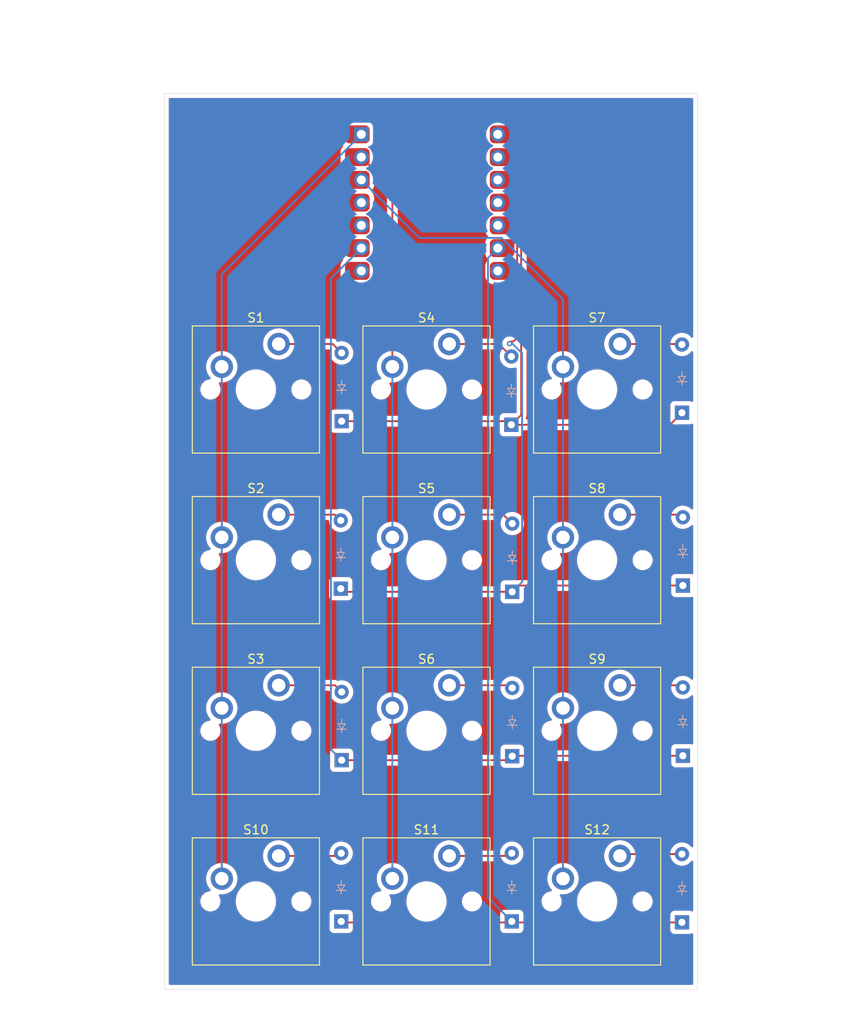
<source format=kicad_pcb>
(kicad_pcb (version 20240108) (generator "pcbnew") (generator_version "8.0")
  (layers (0 "F.Cu" signal) (31 "B.Cu" signal) (34 "B.Paste" user) (35 "F.Paste" user) (36 "B.SilkS" user "B.Silkscreen") (37 "F.SilkS" user "F.Silkscreen") (38 "B.Mask" user) (39 "F.Mask" user) (44 "Edge.Cuts" user))
  (net 0 "")
  (net 1 "Net-(D1-A)")
  (net 2 "Row 0")
  (net 3 "Net-(D2-A)")
  (net 4 "Row 1")
  (net 5 "Row 2")
  (net 6 "Net-(D3-A)")
  (net 7 "Net-(D4-A)")
  (net 8 "Net-(D5-A)")
  (net 9 "Net-(D6-A)")
  (net 10 "Net-(D8-A)")
  (net 11 "Net-(D9-A)")
  (net 12 "GND")
  (net 13 "+3V3")
  (net 14 "Column 0")
  (net 15 "Column 1")
  (net 16 "Column 2")
  (net 18 "Net-(D10-A)")
  (net 19 "Row 3")
  (net 20 "Net-(D11-A)")
  (net 21 "Net-(D12-A)")
  (net 22 "Net-(D7-A)")
  (footprint "ScottoKeebs_MCU:Seeed_XIAO_RP2040" (layer "F.Cu") (at 124.17 60.72)
    (property "Reference" "U1" (hide yes))
    (property "Value" "MCU_Seeed_XIAO_RP2040")
    (pad "1" smd roundrect (at -8.065 -7.62) (size 2.75 2) (layers "F.Cu" "F.Paste" "F.Mask") (net 14 "Column 0"))
    (pad "1" thru_hole rect (at -7.62 -7.62 90) (size 1.6 1.6) (drill 1) (layers "*.Cu" "*.Mask") (net 14 "Column 0"))
    (pad "2" smd roundrect (at -8.065 -5.08) (size 2.75 2) (layers "F.Cu" "F.Paste" "F.Mask") (net 15 "Column 1"))
    (pad "2" thru_hole circle (at -7.62 -5.08 90) (size 1.6 1.6) (drill 1) (layers "*.Cu" "*.Mask") (net 15 "Column 1"))
    (pad "3" smd roundrect (at -8.065 -2.54) (size 2.75 2) (layers "F.Cu" "F.Paste" "F.Mask") (net 16 "Column 2"))
    (pad "3" thru_hole circle (at -7.62 -2.54 90) (size 1.6 1.6) (drill 1) (layers "*.Cu" "*.Mask") (net 16 "Column 2"))
    (pad "4" smd roundrect (at -8.065 0) (size 2.75 2) (layers "F.Cu" "F.Paste" "F.Mask"))
    (pad "4" thru_hole circle (at -7.62 0 90) (size 1.6 1.6) (drill 1) (layers "*.Cu" "*.Mask"))
    (pad "5" smd roundrect (at -8.065 2.54) (size 2.75 2) (layers "F.Cu" "F.Paste" "F.Mask"))
    (pad "5" thru_hole circle (at -7.62 2.54 90) (size 1.6 1.6) (drill 1) (layers "*.Cu" "*.Mask"))
    (pad "6" smd roundrect (at -8.065 5.08) (size 2.75 2) (layers "F.Cu" "F.Paste" "F.Mask") (net 5 "Row 2"))
    (pad "6" thru_hole circle (at -7.62 5.08 90) (size 1.6 1.6) (drill 1) (layers "*.Cu" "*.Mask") (net 5 "Row 2"))
    (pad "7" smd roundrect (at -8.065 7.62) (size 2.75 2) (layers "F.Cu" "F.Paste" "F.Mask"))
    (pad "7" thru_hole circle (at -7.62 7.62 90) (size 1.6 1.6) (drill 1) (layers "*.Cu" "*.Mask"))
    (pad "8" thru_hole circle (at 7.62 7.62 90) (size 1.6 1.6) (drill 1) (layers "*.Cu" "*.Mask"))
    (pad "8" smd roundrect (at 8.1 7.62) (size 2.75 2) (layers "F.Cu" "F.Paste" "F.Mask"))
    (pad "9" thru_hole circle (at 7.62 5.08 90) (size 1.6 1.6) (drill 1) (layers "*.Cu" "*.Mask") (net 19 "Row 3"))
    (pad "9" smd roundrect (at 8.1 5.08) (size 2.75 2) (layers "F.Cu" "F.Paste" "F.Mask") (net 19 "Row 3"))
    (pad "10" thru_hole circle (at 7.62 2.54 90) (size 1.6 1.6) (drill 1) (layers "*.Cu" "*.Mask") (net 4 "Row 1"))
    (pad "10" smd roundrect (at 8.1 2.54) (size 2.75 2) (layers "F.Cu" "F.Paste" "F.Mask") (net 4 "Row 1"))
    (pad "11" thru_hole circle (at 7.62 0 90) (size 1.6 1.6) (drill 1) (layers "*.Cu" "*.Mask") (net 2 "Row 0"))
    (pad "11" smd roundrect (at 8.1 0) (size 2.75 2) (layers "F.Cu" "F.Paste" "F.Mask") (net 2 "Row 0"))
    (pad "12" thru_hole circle (at 7.62 -2.54 90) (size 1.6 1.6) (drill 1) (layers "*.Cu" "*.Mask") (net 13 "+3V3"))
    (pad "12" smd roundrect (at 8.1 -2.54) (size 2.75 2) (layers "F.Cu" "F.Paste" "F.Mask") (net 13 "+3V3"))
    (pad "13" thru_hole circle (at 7.62 -5.08 90) (size 1.6 1.6) (drill 1) (layers "*.Cu" "*.Mask") (net 12 "GND"))
    (pad "13" smd roundrect (at 8.1 -5.08) (size 2.75 2) (layers "F.Cu" "F.Paste" "F.Mask") (net 12 "GND"))
    (pad "14" thru_hole circle (at 7.62 -7.62 90) (size 1.6 1.6) (drill 1) (layers "*.Cu" "*.Mask"))
    (pad "14" smd roundrect (at 8.1 -7.62) (size 2.75 2) (layers "F.Cu" "F.Paste" "F.Mask"))
  )
  (footprint "ScottoKeebs_MX:MX_PCB_1.00u" (layer "F.Cu") (at 104.775 138.735)
    (property "Reference" "S10" (at 0 -8 0) (layer "F.SilkS"))
    (property "Value" "Keyswitch")
    (fp_line (start -7.1 -7.1) (end -7.1 7.1) (stroke (width 0.12)) (layer "F.SilkS"))
    (fp_line (start -7.1 7.1) (end 7.1 7.1) (stroke (width 0.12)) (layer "F.SilkS"))
    (fp_line (start 7.1 -7.1) (end -7.1 -7.1) (stroke (width 0.12)) (layer "F.SilkS"))
    (fp_line (start 7.1 7.1) (end 7.1 -7.1) (stroke (width 0.12)) (layer "F.SilkS"))
    (pad "" np_thru_hole circle (at -5.08 0) (size 1.75 1.75) (drill 1.75) (layers "*.Cu" "*.Mask"))
    (pad "" np_thru_hole circle (at 0 0) (size 4 4) (drill 4) (layers "*.Cu" "*.Mask"))
    (pad "" np_thru_hole circle (at 5.08 0) (size 1.75 1.75) (drill 1.75) (layers "*.Cu" "*.Mask"))
    (pad "1" thru_hole circle (at -3.81 -2.54) (size 2.5 2.5) (drill 1.5) (layers "*.Cu" "*.Mask") (net 14 "Column 0"))
    (pad "2" thru_hole circle (at 2.54 -5.08) (size 2.5 2.5) (drill 1.5) (layers "*.Cu" "*.Mask") (net 18 "Net-(D10-A)"))
  )
  (footprint "ScottoKeebs_MX:MX_PCB_1.00u" (layer "F.Cu") (at 142.875 100.635)
    (property "Reference" "S8" (at 0 -8 0) (layer "F.SilkS"))
    (property "Value" "Keyswitch")
    (fp_line (start -7.1 -7.1) (end -7.1 7.1) (stroke (width 0.12)) (layer "F.SilkS"))
    (fp_line (start -7.1 7.1) (end 7.1 7.1) (stroke (width 0.12)) (layer "F.SilkS"))
    (fp_line (start 7.1 -7.1) (end -7.1 -7.1) (stroke (width 0.12)) (layer "F.SilkS"))
    (fp_line (start 7.1 7.1) (end 7.1 -7.1) (stroke (width 0.12)) (layer "F.SilkS"))
    (pad "" np_thru_hole circle (at -5.08 0) (size 1.75 1.75) (drill 1.75) (layers "*.Cu" "*.Mask"))
    (pad "" np_thru_hole circle (at 0 0) (size 4 4) (drill 4) (layers "*.Cu" "*.Mask"))
    (pad "" np_thru_hole circle (at 5.08 0) (size 1.75 1.75) (drill 1.75) (layers "*.Cu" "*.Mask"))
    (pad "1" thru_hole circle (at -3.81 -2.54) (size 2.5 2.5) (drill 1.5) (layers "*.Cu" "*.Mask") (net 16 "Column 2"))
    (pad "2" thru_hole circle (at 2.54 -5.08) (size 2.5 2.5) (drill 1.5) (layers "*.Cu" "*.Mask") (net 10 "Net-(D8-A)"))
  )
  (footprint "ScottoKeebs_MX:MX_PCB_1.00u" (layer "F.Cu") (at 123.825 100.635)
    (property "Reference" "S5" (at 0 -8 0) (layer "F.SilkS"))
    (property "Value" "Keyswitch")
    (fp_line (start -7.1 -7.1) (end -7.1 7.1) (stroke (width 0.12)) (layer "F.SilkS"))
    (fp_line (start -7.1 7.1) (end 7.1 7.1) (stroke (width 0.12)) (layer "F.SilkS"))
    (fp_line (start 7.1 -7.1) (end -7.1 -7.1) (stroke (width 0.12)) (layer "F.SilkS"))
    (fp_line (start 7.1 7.1) (end 7.1 -7.1) (stroke (width 0.12)) (layer "F.SilkS"))
    (pad "" np_thru_hole circle (at -5.08 0) (size 1.75 1.75) (drill 1.75) (layers "*.Cu" "*.Mask"))
    (pad "" np_thru_hole circle (at 0 0) (size 4 4) (drill 4) (layers "*.Cu" "*.Mask"))
    (pad "" np_thru_hole circle (at 5.08 0) (size 1.75 1.75) (drill 1.75) (layers "*.Cu" "*.Mask"))
    (pad "1" thru_hole circle (at -3.81 -2.54) (size 2.5 2.5) (drill 1.5) (layers "*.Cu" "*.Mask") (net 15 "Column 1"))
    (pad "2" thru_hole circle (at 2.54 -5.08) (size 2.5 2.5) (drill 1.5) (layers "*.Cu" "*.Mask") (net 8 "Net-(D5-A)"))
  )
  (footprint "ScottoKeebs_MX:MX_PCB_1.00u" (layer "F.Cu") (at 104.775 81.585)
    (property "Reference" "S1" (at 0 -8 0) (layer "F.SilkS"))
    (property "Value" "Keyswitch")
    (fp_line (start -7.1 -7.1) (end -7.1 7.1) (stroke (width 0.12)) (layer "F.SilkS"))
    (fp_line (start -7.1 7.1) (end 7.1 7.1) (stroke (width 0.12)) (layer "F.SilkS"))
    (fp_line (start 7.1 -7.1) (end -7.1 -7.1) (stroke (width 0.12)) (layer "F.SilkS"))
    (fp_line (start 7.1 7.1) (end 7.1 -7.1) (stroke (width 0.12)) (layer "F.SilkS"))
    (pad "" np_thru_hole circle (at -5.08 0) (size 1.75 1.75) (drill 1.75) (layers "*.Cu" "*.Mask"))
    (pad "" np_thru_hole circle (at 0 0) (size 4 4) (drill 4) (layers "*.Cu" "*.Mask"))
    (pad "" np_thru_hole circle (at 5.08 0) (size 1.75 1.75) (drill 1.75) (layers "*.Cu" "*.Mask"))
    (pad "1" thru_hole circle (at -3.81 -2.54) (size 2.5 2.5) (drill 1.5) (layers "*.Cu" "*.Mask") (net 14 "Column 0"))
    (pad "2" thru_hole circle (at 2.54 -5.08) (size 2.5 2.5) (drill 1.5) (layers "*.Cu" "*.Mask") (net 1 "Net-(D1-A)"))
  )
  (footprint "ScottoKeebs_MX:MX_PCB_1.00u" (layer "F.Cu") (at 142.875 81.585)
    (property "Reference" "S7" (at 0 -8 0) (layer "F.SilkS"))
    (property "Value" "Keyswitch")
    (fp_line (start -7.1 -7.1) (end -7.1 7.1) (stroke (width 0.12)) (layer "F.SilkS"))
    (fp_line (start -7.1 7.1) (end 7.1 7.1) (stroke (width 0.12)) (layer "F.SilkS"))
    (fp_line (start 7.1 -7.1) (end -7.1 -7.1) (stroke (width 0.12)) (layer "F.SilkS"))
    (fp_line (start 7.1 7.1) (end 7.1 -7.1) (stroke (width 0.12)) (layer "F.SilkS"))
    (pad "" np_thru_hole circle (at -5.08 0) (size 1.75 1.75) (drill 1.75) (layers "*.Cu" "*.Mask"))
    (pad "" np_thru_hole circle (at 0 0) (size 4 4) (drill 4) (layers "*.Cu" "*.Mask"))
    (pad "" np_thru_hole circle (at 5.08 0) (size 1.75 1.75) (drill 1.75) (layers "*.Cu" "*.Mask"))
    (pad "1" thru_hole circle (at -3.81 -2.54) (size 2.5 2.5) (drill 1.5) (layers "*.Cu" "*.Mask") (net 16 "Column 2"))
    (pad "2" thru_hole circle (at 2.54 -5.08) (size 2.5 2.5) (drill 1.5) (layers "*.Cu" "*.Mask") (net 22 "Net-(D7-A)"))
  )
  (footprint "ScottoKeebs_MX:MX_PCB_1.00u" (layer "F.Cu") (at 104.775 100.635)
    (property "Reference" "S2" (at 0 -8 0) (layer "F.SilkS"))
    (property "Value" "Keyswitch")
    (fp_line (start -7.1 -7.1) (end -7.1 7.1) (stroke (width 0.12)) (layer "F.SilkS"))
    (fp_line (start -7.1 7.1) (end 7.1 7.1) (stroke (width 0.12)) (layer "F.SilkS"))
    (fp_line (start 7.1 -7.1) (end -7.1 -7.1) (stroke (width 0.12)) (layer "F.SilkS"))
    (fp_line (start 7.1 7.1) (end 7.1 -7.1) (stroke (width 0.12)) (layer "F.SilkS"))
    (pad "" np_thru_hole circle (at -5.08 0) (size 1.75 1.75) (drill 1.75) (layers "*.Cu" "*.Mask"))
    (pad "" np_thru_hole circle (at 0 0) (size 4 4) (drill 4) (layers "*.Cu" "*.Mask"))
    (pad "" np_thru_hole circle (at 5.08 0) (size 1.75 1.75) (drill 1.75) (layers "*.Cu" "*.Mask"))
    (pad "1" thru_hole circle (at -3.81 -2.54) (size 2.5 2.5) (drill 1.5) (layers "*.Cu" "*.Mask") (net 14 "Column 0"))
    (pad "2" thru_hole circle (at 2.54 -5.08) (size 2.5 2.5) (drill 1.5) (layers "*.Cu" "*.Mask") (net 3 "Net-(D2-A)"))
  )
  (footprint "ScottoKeebs_MX:MX_PCB_1.00u" (layer "F.Cu") (at 104.775 119.685)
    (property "Reference" "S3" (at 0 -8 0) (layer "F.SilkS"))
    (property "Value" "Keyswitch")
    (fp_line (start -7.1 -7.1) (end -7.1 7.1) (stroke (width 0.12)) (layer "F.SilkS"))
    (fp_line (start -7.1 7.1) (end 7.1 7.1) (stroke (width 0.12)) (layer "F.SilkS"))
    (fp_line (start 7.1 -7.1) (end -7.1 -7.1) (stroke (width 0.12)) (layer "F.SilkS"))
    (fp_line (start 7.1 7.1) (end 7.1 -7.1) (stroke (width 0.12)) (layer "F.SilkS"))
    (pad "" np_thru_hole circle (at -5.08 0) (size 1.75 1.75) (drill 1.75) (layers "*.Cu" "*.Mask"))
    (pad "" np_thru_hole circle (at 0 0) (size 4 4) (drill 4) (layers "*.Cu" "*.Mask"))
    (pad "" np_thru_hole circle (at 5.08 0) (size 1.75 1.75) (drill 1.75) (layers "*.Cu" "*.Mask"))
    (pad "1" thru_hole circle (at -3.81 -2.54) (size 2.5 2.5) (drill 1.5) (layers "*.Cu" "*.Mask") (net 14 "Column 0"))
    (pad "2" thru_hole circle (at 2.54 -5.08) (size 2.5 2.5) (drill 1.5) (layers "*.Cu" "*.Mask") (net 6 "Net-(D3-A)"))
  )
  (footprint "ScottoKeebs_MX:MX_PCB_1.00u" (layer "F.Cu") (at 123.825 138.735)
    (property "Reference" "S11" (at 0 -8 0) (layer "F.SilkS"))
    (property "Value" "Keyswitch")
    (fp_line (start -7.1 -7.1) (end -7.1 7.1) (stroke (width 0.12)) (layer "F.SilkS"))
    (fp_line (start -7.1 7.1) (end 7.1 7.1) (stroke (width 0.12)) (layer "F.SilkS"))
    (fp_line (start 7.1 -7.1) (end -7.1 -7.1) (stroke (width 0.12)) (layer "F.SilkS"))
    (fp_line (start 7.1 7.1) (end 7.1 -7.1) (stroke (width 0.12)) (layer "F.SilkS"))
    (pad "" np_thru_hole circle (at -5.08 0) (size 1.75 1.75) (drill 1.75) (layers "*.Cu" "*.Mask"))
    (pad "" np_thru_hole circle (at 0 0) (size 4 4) (drill 4) (layers "*.Cu" "*.Mask"))
    (pad "" np_thru_hole circle (at 5.08 0) (size 1.75 1.75) (drill 1.75) (layers "*.Cu" "*.Mask"))
    (pad "1" thru_hole circle (at -3.81 -2.54) (size 2.5 2.5) (drill 1.5) (layers "*.Cu" "*.Mask") (net 15 "Column 1"))
    (pad "2" thru_hole circle (at 2.54 -5.08) (size 2.5 2.5) (drill 1.5) (layers "*.Cu" "*.Mask") (net 20 "Net-(D11-A)"))
  )
  (footprint "ScottoKeebs_MX:MX_PCB_1.00u" (layer "F.Cu") (at 142.875 138.735)
    (property "Reference" "S12" (at 0 -8 0) (layer "F.SilkS"))
    (property "Value" "Keyswitch")
    (fp_line (start -7.1 -7.1) (end -7.1 7.1) (stroke (width 0.12)) (layer "F.SilkS"))
    (fp_line (start -7.1 7.1) (end 7.1 7.1) (stroke (width 0.12)) (layer "F.SilkS"))
    (fp_line (start 7.1 -7.1) (end -7.1 -7.1) (stroke (width 0.12)) (layer "F.SilkS"))
    (fp_line (start 7.1 7.1) (end 7.1 -7.1) (stroke (width 0.12)) (layer "F.SilkS"))
    (pad "" np_thru_hole circle (at -5.08 0) (size 1.75 1.75) (drill 1.75) (layers "*.Cu" "*.Mask"))
    (pad "" np_thru_hole circle (at 0 0) (size 4 4) (drill 4) (layers "*.Cu" "*.Mask"))
    (pad "" np_thru_hole circle (at 5.08 0) (size 1.75 1.75) (drill 1.75) (layers "*.Cu" "*.Mask"))
    (pad "1" thru_hole circle (at -3.81 -2.54) (size 2.5 2.5) (drill 1.5) (layers "*.Cu" "*.Mask") (net 16 "Column 2"))
    (pad "2" thru_hole circle (at 2.54 -5.08) (size 2.5 2.5) (drill 1.5) (layers "*.Cu" "*.Mask") (net 21 "Net-(D12-A)"))
  )
  (footprint "ScottoKeebs_MX:MX_PCB_1.00u" (layer "F.Cu") (at 142.875 119.685)
    (property "Reference" "S9" (at 0 -8 0) (layer "F.SilkS"))
    (property "Value" "Keyswitch")
    (fp_line (start -7.1 -7.1) (end -7.1 7.1) (stroke (width 0.12)) (layer "F.SilkS"))
    (fp_line (start -7.1 7.1) (end 7.1 7.1) (stroke (width 0.12)) (layer "F.SilkS"))
    (fp_line (start 7.1 -7.1) (end -7.1 -7.1) (stroke (width 0.12)) (layer "F.SilkS"))
    (fp_line (start 7.1 7.1) (end 7.1 -7.1) (stroke (width 0.12)) (layer "F.SilkS"))
    (pad "" np_thru_hole circle (at -5.08 0) (size 1.75 1.75) (drill 1.75) (layers "*.Cu" "*.Mask"))
    (pad "" np_thru_hole circle (at 0 0) (size 4 4) (drill 4) (layers "*.Cu" "*.Mask"))
    (pad "" np_thru_hole circle (at 5.08 0) (size 1.75 1.75) (drill 1.75) (layers "*.Cu" "*.Mask"))
    (pad "1" thru_hole circle (at -3.81 -2.54) (size 2.5 2.5) (drill 1.5) (layers "*.Cu" "*.Mask") (net 16 "Column 2"))
    (pad "2" thru_hole circle (at 2.54 -5.08) (size 2.5 2.5) (drill 1.5) (layers "*.Cu" "*.Mask") (net 11 "Net-(D9-A)"))
  )
  (footprint "ScottoKeebs_MX:MX_PCB_1.00u" (layer "F.Cu") (at 123.825 119.685)
    (property "Reference" "S6" (at 0 -8 0) (layer "F.SilkS"))
    (property "Value" "Keyswitch")
    (fp_line (start -7.1 -7.1) (end -7.1 7.1) (stroke (width 0.12)) (layer "F.SilkS"))
    (fp_line (start -7.1 7.1) (end 7.1 7.1) (stroke (width 0.12)) (layer "F.SilkS"))
    (fp_line (start 7.1 -7.1) (end -7.1 -7.1) (stroke (width 0.12)) (layer "F.SilkS"))
    (fp_line (start 7.1 7.1) (end 7.1 -7.1) (stroke (width 0.12)) (layer "F.SilkS"))
    (pad "" np_thru_hole circle (at -5.08 0) (size 1.75 1.75) (drill 1.75) (layers "*.Cu" "*.Mask"))
    (pad "" np_thru_hole circle (at 0 0) (size 4 4) (drill 4) (layers "*.Cu" "*.Mask"))
    (pad "" np_thru_hole circle (at 5.08 0) (size 1.75 1.75) (drill 1.75) (layers "*.Cu" "*.Mask"))
    (pad "1" thru_hole circle (at -3.81 -2.54) (size 2.5 2.5) (drill 1.5) (layers "*.Cu" "*.Mask") (net 15 "Column 1"))
    (pad "2" thru_hole circle (at 2.54 -5.08) (size 2.5 2.5) (drill 1.5) (layers "*.Cu" "*.Mask") (net 9 "Net-(D6-A)"))
  )
  (footprint "ScottoKeebs_MX:MX_PCB_1.00u" (layer "F.Cu") (at 123.825 81.585)
    (property "Reference" "S4" (at 0 -8 0) (layer "F.SilkS"))
    (property "Value" "Keyswitch")
    (fp_line (start -7.1 -7.1) (end -7.1 7.1) (stroke (width 0.12)) (layer "F.SilkS"))
    (fp_line (start -7.1 7.1) (end 7.1 7.1) (stroke (width 0.12)) (layer "F.SilkS"))
    (fp_line (start 7.1 -7.1) (end -7.1 -7.1) (stroke (width 0.12)) (layer "F.SilkS"))
    (fp_line (start 7.1 7.1) (end 7.1 -7.1) (stroke (width 0.12)) (layer "F.SilkS"))
    (pad "" np_thru_hole circle (at -5.08 0) (size 1.75 1.75) (drill 1.75) (layers "*.Cu" "*.Mask"))
    (pad "" np_thru_hole circle (at 0 0) (size 4 4) (drill 4) (layers "*.Cu" "*.Mask"))
    (pad "" np_thru_hole circle (at 5.08 0) (size 1.75 1.75) (drill 1.75) (layers "*.Cu" "*.Mask"))
    (pad "1" thru_hole circle (at -3.81 -2.54) (size 2.5 2.5) (drill 1.5) (layers "*.Cu" "*.Mask") (net 15 "Column 1"))
    (pad "2" thru_hole circle (at 2.54 -5.08) (size 2.5 2.5) (drill 1.5) (layers "*.Cu" "*.Mask") (net 7 "Net-(D4-A)"))
  )
  (footprint "ScottoKeebs_Components:Diode_DO-35" (layer "B.Cu") (at 114.35 85.12 90)
    (property "Reference" "D1" (hide yes))
    (property "Value" "Diode" (hide yes))
    (fp_line (start 3.46 -0.55) (end 3.46 0.55) (stroke (width 0.1)) (layer "B.SilkS"))
    (fp_line (start 4.06 -0.4) (end 4.06 0.4) (stroke (width 0.1)) (layer "B.SilkS"))
    (fp_line (start 4.56 0) (end 4.06 0) (stroke (width 0.1)) (layer "B.SilkS"))
    (fp_line (start 3.46 0) (end 4.06 -0.4) (stroke (width 0.1)) (layer "B.SilkS"))
    (fp_line (start 3.46 0) (end 3.06 0) (stroke (width 0.1)) (layer "B.SilkS"))
    (fp_line (start 4.06 0.4) (end 3.46 0) (stroke (width 0.1)) (layer "B.SilkS"))
    (pad "1" thru_hole rect (at 0 0 90) (size 1.6 1.6) (drill 0.8) (layers "*.Cu" "*.Mask") (net 2 "Row 0"))
    (pad "2" thru_hole oval (at 7.62 0 90) (size 1.6 1.6) (drill 0.8) (layers "*.Cu" "*.Mask") (net 1 "Net-(D1-A)"))
  )
  (footprint "ScottoKeebs_Components:Diode_DO-35" (layer "B.Cu") (at 114.25 103.82 90)
    (property "Reference" "D2" (hide yes))
    (property "Value" "Diode" (hide yes))
    (fp_line (start 3.46 -0.55) (end 3.46 0.55) (stroke (width 0.1)) (layer "B.SilkS"))
    (fp_line (start 4.06 -0.4) (end 4.06 0.4) (stroke (width 0.1)) (layer "B.SilkS"))
    (fp_line (start 4.56 0) (end 4.06 0) (stroke (width 0.1)) (layer "B.SilkS"))
    (fp_line (start 3.46 0) (end 4.06 -0.4) (stroke (width 0.1)) (layer "B.SilkS"))
    (fp_line (start 3.46 0) (end 3.06 0) (stroke (width 0.1)) (layer "B.SilkS"))
    (fp_line (start 4.06 0.4) (end 3.46 0) (stroke (width 0.1)) (layer "B.SilkS"))
    (pad "1" thru_hole rect (at 0 0 90) (size 1.6 1.6) (drill 0.8) (layers "*.Cu" "*.Mask") (net 4 "Row 1"))
    (pad "2" thru_hole oval (at 7.62 0 90) (size 1.6 1.6) (drill 0.8) (layers "*.Cu" "*.Mask") (net 3 "Net-(D2-A)"))
  )
  (footprint "ScottoKeebs_Components:Diode_DO-35" (layer "B.Cu") (at 114.35 122.97 90)
    (property "Reference" "D3" (hide yes))
    (property "Value" "Diode" (hide yes))
    (fp_line (start 3.46 -0.55) (end 3.46 0.55) (stroke (width 0.1)) (layer "B.SilkS"))
    (fp_line (start 4.06 -0.4) (end 4.06 0.4) (stroke (width 0.1)) (layer "B.SilkS"))
    (fp_line (start 4.56 0) (end 4.06 0) (stroke (width 0.1)) (layer "B.SilkS"))
    (fp_line (start 3.46 0) (end 4.06 -0.4) (stroke (width 0.1)) (layer "B.SilkS"))
    (fp_line (start 3.46 0) (end 3.06 0) (stroke (width 0.1)) (layer "B.SilkS"))
    (fp_line (start 4.06 0.4) (end 3.46 0) (stroke (width 0.1)) (layer "B.SilkS"))
    (pad "1" thru_hole rect (at 0 0 90) (size 1.6 1.6) (drill 0.8) (layers "*.Cu" "*.Mask") (net 5 "Row 2"))
    (pad "2" thru_hole oval (at 7.62 0 90) (size 1.6 1.6) (drill 0.8) (layers "*.Cu" "*.Mask") (net 6 "Net-(D3-A)"))
  )
  (footprint "ScottoKeebs_Components:Diode_DO-35" (layer "B.Cu") (at 152.35 84.18 90)
    (property "Reference" "D7" (hide yes))
    (property "Value" "Diode" (hide yes))
    (fp_line (start 3.46 -0.55) (end 3.46 0.55) (stroke (width 0.1)) (layer "B.SilkS"))
    (fp_line (start 4.06 -0.4) (end 4.06 0.4) (stroke (width 0.1)) (layer "B.SilkS"))
    (fp_line (start 4.56 0) (end 4.06 0) (stroke (width 0.1)) (layer "B.SilkS"))
    (fp_line (start 3.46 0) (end 4.06 -0.4) (stroke (width 0.1)) (layer "B.SilkS"))
    (fp_line (start 3.46 0) (end 3.06 0) (stroke (width 0.1)) (layer "B.SilkS"))
    (fp_line (start 4.06 0.4) (end 3.46 0) (stroke (width 0.1)) (layer "B.SilkS"))
    (pad "1" thru_hole rect (at 0 0 90) (size 1.6 1.6) (drill 0.8) (layers "*.Cu" "*.Mask") (net 2 "Row 0"))
    (pad "2" thru_hole oval (at 7.62 0 90) (size 1.6 1.6) (drill 0.8) (layers "*.Cu" "*.Mask") (net 22 "Net-(D7-A)"))
  )
  (footprint "ScottoKeebs_Components:Diode_DO-35" (layer "B.Cu") (at 133.4 122.52 90)
    (property "Reference" "D6" (hide yes))
    (property "Value" "Diode" (hide yes))
    (fp_line (start 3.46 -0.55) (end 3.46 0.55) (stroke (width 0.1)) (layer "B.SilkS"))
    (fp_line (start 4.06 -0.4) (end 4.06 0.4) (stroke (width 0.1)) (layer "B.SilkS"))
    (fp_line (start 4.56 0) (end 4.06 0) (stroke (width 0.1)) (layer "B.SilkS"))
    (fp_line (start 3.46 0) (end 4.06 -0.4) (stroke (width 0.1)) (layer "B.SilkS"))
    (fp_line (start 3.46 0) (end 3.06 0) (stroke (width 0.1)) (layer "B.SilkS"))
    (fp_line (start 4.06 0.4) (end 3.46 0) (stroke (width 0.1)) (layer "B.SilkS"))
    (pad "1" thru_hole rect (at 0 0 90) (size 1.6 1.6) (drill 0.8) (layers "*.Cu" "*.Mask") (net 5 "Row 2"))
    (pad "2" thru_hole oval (at 7.62 0 90) (size 1.6 1.6) (drill 0.8) (layers "*.Cu" "*.Mask") (net 9 "Net-(D6-A)"))
  )
  (footprint "ScottoKeebs_Components:Diode_DO-35" (layer "B.Cu") (at 133.35 140.97 90)
    (property "Reference" "D11" (hide yes))
    (property "Value" "Diode" (hide yes))
    (fp_line (start 3.46 -0.55) (end 3.46 0.55) (stroke (width 0.1)) (layer "B.SilkS"))
    (fp_line (start 4.06 -0.4) (end 4.06 0.4) (stroke (width 0.1)) (layer "B.SilkS"))
    (fp_line (start 4.56 0) (end 4.06 0) (stroke (width 0.1)) (layer "B.SilkS"))
    (fp_line (start 3.46 0) (end 4.06 -0.4) (stroke (width 0.1)) (layer "B.SilkS"))
    (fp_line (start 3.46 0) (end 3.06 0) (stroke (width 0.1)) (layer "B.SilkS"))
    (fp_line (start 4.06 0.4) (end 3.46 0) (stroke (width 0.1)) (layer "B.SilkS"))
    (pad "1" thru_hole rect (at 0 0 90) (size 1.6 1.6) (drill 0.8) (layers "*.Cu" "*.Mask") (net 19 "Row 3"))
    (pad "2" thru_hole oval (at 7.62 0 90) (size 1.6 1.6) (drill 0.8) (layers "*.Cu" "*.Mask") (net 20 "Net-(D11-A)"))
  )
  (footprint "ScottoKeebs_Components:Diode_DO-35" (layer "B.Cu") (at 152.45 122.47 90)
    (property "Reference" "D9" (hide yes))
    (property "Value" "Diode" (hide yes))
    (fp_line (start 3.46 -0.55) (end 3.46 0.55) (stroke (width 0.1)) (layer "B.SilkS"))
    (fp_line (start 4.06 -0.4) (end 4.06 0.4) (stroke (width 0.1)) (layer "B.SilkS"))
    (fp_line (start 4.56 0) (end 4.06 0) (stroke (width 0.1)) (layer "B.SilkS"))
    (fp_line (start 3.46 0) (end 4.06 -0.4) (stroke (width 0.1)) (layer "B.SilkS"))
    (fp_line (start 3.46 0) (end 3.06 0) (stroke (width 0.1)) (layer "B.SilkS"))
    (fp_line (start 4.06 0.4) (end 3.46 0) (stroke (width 0.1)) (layer "B.SilkS"))
    (pad "1" thru_hole rect (at 0 0 90) (size 1.6 1.6) (drill 0.8) (layers "*.Cu" "*.Mask") (net 5 "Row 2"))
    (pad "2" thru_hole oval (at 7.62 0 90) (size 1.6 1.6) (drill 0.8) (layers "*.Cu" "*.Mask") (net 11 "Net-(D9-A)"))
  )
  (footprint "ScottoKeebs_Components:Diode_DO-35" (layer "B.Cu") (at 152.35 141.07 90)
    (property "Reference" "D12" (hide yes))
    (property "Value" "Diode" (hide yes))
    (fp_line (start 3.46 -0.55) (end 3.46 0.55) (stroke (width 0.1)) (layer "B.SilkS"))
    (fp_line (start 4.06 -0.4) (end 4.06 0.4) (stroke (width 0.1)) (layer "B.SilkS"))
    (fp_line (start 4.56 0) (end 4.06 0) (stroke (width 0.1)) (layer "B.SilkS"))
    (fp_line (start 3.46 0) (end 4.06 -0.4) (stroke (width 0.1)) (layer "B.SilkS"))
    (fp_line (start 3.46 0) (end 3.06 0) (stroke (width 0.1)) (layer "B.SilkS"))
    (fp_line (start 4.06 0.4) (end 3.46 0) (stroke (width 0.1)) (layer "B.SilkS"))
    (pad "1" thru_hole rect (at 0 0 90) (size 1.6 1.6) (drill 0.8) (layers "*.Cu" "*.Mask") (net 19 "Row 3"))
    (pad "2" thru_hole oval (at 7.62 0 90) (size 1.6 1.6) (drill 0.8) (layers "*.Cu" "*.Mask") (net 21 "Net-(D12-A)"))
  )
  (footprint "ScottoKeebs_Components:Diode_DO-35" (layer "B.Cu") (at 152.45 103.47 90)
    (property "Reference" "D8" (hide yes))
    (property "Value" "Diode" (hide yes))
    (fp_line (start 3.46 -0.55) (end 3.46 0.55) (stroke (width 0.1)) (layer "B.SilkS"))
    (fp_line (start 4.06 -0.4) (end 4.06 0.4) (stroke (width 0.1)) (layer "B.SilkS"))
    (fp_line (start 4.56 0) (end 4.06 0) (stroke (width 0.1)) (layer "B.SilkS"))
    (fp_line (start 3.46 0) (end 4.06 -0.4) (stroke (width 0.1)) (layer "B.SilkS"))
    (fp_line (start 3.46 0) (end 3.06 0) (stroke (width 0.1)) (layer "B.SilkS"))
    (fp_line (start 4.06 0.4) (end 3.46 0) (stroke (width 0.1)) (layer "B.SilkS"))
    (pad "1" thru_hole rect (at 0 0 90) (size 1.6 1.6) (drill 0.8) (layers "*.Cu" "*.Mask") (net 4 "Row 1"))
    (pad "2" thru_hole oval (at 7.62 0 90) (size 1.6 1.6) (drill 0.8) (layers "*.Cu" "*.Mask") (net 10 "Net-(D8-A)"))
  )
  (footprint "ScottoKeebs_Components:Diode_DO-35" (layer "B.Cu") (at 114.3 140.97 90)
    (property "Reference" "D10" (hide yes))
    (property "Value" "Diode" (hide yes))
    (fp_line (start 3.46 -0.55) (end 3.46 0.55) (stroke (width 0.1)) (layer "B.SilkS"))
    (fp_line (start 4.06 -0.4) (end 4.06 0.4) (stroke (width 0.1)) (layer "B.SilkS"))
    (fp_line (start 4.56 0) (end 4.06 0) (stroke (width 0.1)) (layer "B.SilkS"))
    (fp_line (start 3.46 0) (end 4.06 -0.4) (stroke (width 0.1)) (layer "B.SilkS"))
    (fp_line (start 3.46 0) (end 3.06 0) (stroke (width 0.1)) (layer "B.SilkS"))
    (fp_line (start 4.06 0.4) (end 3.46 0) (stroke (width 0.1)) (layer "B.SilkS"))
    (pad "1" thru_hole rect (at 0 0 90) (size 1.6 1.6) (drill 0.8) (layers "*.Cu" "*.Mask") (net 19 "Row 3"))
    (pad "2" thru_hole oval (at 7.62 0 90) (size 1.6 1.6) (drill 0.8) (layers "*.Cu" "*.Mask") (net 18 "Net-(D10-A)"))
  )
  (footprint "ScottoKeebs_Components:Diode_DO-35" (layer "B.Cu") (at 133.3 85.52 90)
    (property "Reference" "D4" (hide yes))
    (property "Value" "Diode" (hide yes))
    (fp_line (start 3.46 -0.55) (end 3.46 0.55) (stroke (width 0.1)) (layer "B.SilkS"))
    (fp_line (start 4.06 -0.4) (end 4.06 0.4) (stroke (width 0.1)) (layer "B.SilkS"))
    (fp_line (start 4.56 0) (end 4.06 0) (stroke (width 0.1)) (layer "B.SilkS"))
    (fp_line (start 3.46 0) (end 4.06 -0.4) (stroke (width 0.1)) (layer "B.SilkS"))
    (fp_line (start 3.46 0) (end 3.06 0) (stroke (width 0.1)) (layer "B.SilkS"))
    (fp_line (start 4.06 0.4) (end 3.46 0) (stroke (width 0.1)) (layer "B.SilkS"))
    (pad "1" thru_hole rect (at 0 0 90) (size 1.6 1.6) (drill 0.8) (layers "*.Cu" "*.Mask") (net 2 "Row 0"))
    (pad "2" thru_hole oval (at 7.62 0 90) (size 1.6 1.6) (drill 0.8) (layers "*.Cu" "*.Mask") (net 7 "Net-(D4-A)"))
  )
  (footprint "ScottoKeebs_Components:Diode_DO-35" (layer "B.Cu") (at 133.4 104.17 90)
    (property "Reference" "D5" (hide yes))
    (property "Value" "Diode" (hide yes))
    (fp_line (start 3.46 -0.55) (end 3.46 0.55) (stroke (width 0.1)) (layer "B.SilkS"))
    (fp_line (start 4.06 -0.4) (end 4.06 0.4) (stroke (width 0.1)) (layer "B.SilkS"))
    (fp_line (start 4.56 0) (end 4.06 0) (stroke (width 0.1)) (layer "B.SilkS"))
    (fp_line (start 3.46 0) (end 4.06 -0.4) (stroke (width 0.1)) (layer "B.SilkS"))
    (fp_line (start 3.46 0) (end 3.06 0) (stroke (width 0.1)) (layer "B.SilkS"))
    (fp_line (start 4.06 0.4) (end 3.46 0) (stroke (width 0.1)) (layer "B.SilkS"))
    (pad "1" thru_hole rect (at 0 0 90) (size 1.6 1.6) (drill 0.8) (layers "*.Cu" "*.Mask") (net 4 "Row 1"))
    (pad "2" thru_hole oval (at 7.62 0 90) (size 1.6 1.6) (drill 0.8) (layers "*.Cu" "*.Mask") (net 8 "Net-(D5-A)"))
  )
  (gr_rect (start 94.55 48.55) (end 154.1 148.55) (stroke (width 0.05)) (fill none) (layer "Edge.Cuts"))
  (segment (start 107.315 76.505) (end 113.355 76.505) (width 0.2) (layer "F.Cu") (net 1))
  (segment (start 113.355 76.505) (end 114.35 77.5) (width 0.2) (layer "F.Cu") (net 1))
  (segment (start 134.4 62.19863) (end 134.4 84.42) (width 0.2) (layer "F.Cu") (net 2))
  (segment (start 134.4 84.42) (end 133.3 85.52) (width 0.2) (layer "F.Cu") (net 2))
  (segment (start 132.9 85.12) (end 133.3 85.52) (width 0.2) (layer "F.Cu") (net 2))
  (segment (start 133.3 85.52) (end 151.01 85.52) (width 0.2) (layer "F.Cu") (net 2))
  (segment (start 114.35 85.12) (end 132.9 85.12) (width 0.2) (layer "F.Cu") (net 2))
  (segment (start 131.79 60.72) (end 132.92137 60.72) (width 0.2) (layer "F.Cu") (net 2))
  (segment (start 151.01 85.52) (end 152.35 84.18) (width 0.2) (layer "F.Cu") (net 2))
  (segment (start 132.92137 60.72) (end 134.4 62.19863) (width 0.2) (layer "F.Cu") (net 2))
  (segment (start 107.315 95.555) (end 113.605 95.555) (width 0.2) (layer "F.Cu") (net 3))
  (segment (start 113.605 95.555) (end 114.25 96.2) (width 0.2) (layer "F.Cu") (net 3))
  (segment (start 134.1 103.47) (end 133.4 104.17) (width 0.2) (layer "F.Cu") (net 4))
  (segment (start 133.55 76.21) (end 133.35 76.21) (width 0.2) (layer "F.Cu") (net 4))
  (segment (start 132.92137 63.26) (end 133.945 64.28363) (width 0.2) (layer "F.Cu") (net 4))
  (segment (start 131.79 63.26) (end 132.92137 63.26) (width 0.2) (layer "F.Cu") (net 4))
  (segment (start 133.945 64.28363) (end 133.945 75.815) (width 0.2) (layer "F.Cu") (net 4))
  (segment (start 133.35 76.21) (end 133.1 76.46) (width 0.2) (layer "F.Cu") (net 4))
  (segment (start 152.45 103.47) (end 134.1 103.47) (width 0.2) (layer "F.Cu") (net 4))
  (segment (start 133.4 104.17) (end 114.6 104.17) (width 0.2) (layer "F.Cu") (net 4))
  (segment (start 133.945 75.815) (end 133.55 76.21) (width 0.2) (layer "F.Cu") (net 4))
  (segment (start 114.6 104.17) (end 114.25 103.82) (width 0.2) (layer "F.Cu") (net 4))
  (via (at 133.1 76.46) (size 0.6) (drill 0.3) (layers "F.Cu" "B.Cu") (net 4))
  (segment (start 134.5 103.07) (end 133.4 104.17) (width 0.2) (layer "B.Cu") (net 4))
  (segment (start 133.1 76.46) (end 133.415635 76.46) (width 0.2) (layer "B.Cu") (net 4))
  (segment (start 134.5 77.544365) (end 134.5 103.07) (width 0.2) (layer "B.Cu") (net 4))
  (segment (start 133.415635 76.46) (end 134.5 77.544365) (width 0.2) (layer "B.Cu") (net 4))
  (segment (start 114.35 122.97) (end 132.95 122.97) (width 0.2) (layer "F.Cu") (net 5))
  (segment (start 152.45 122.47) (end 133.45 122.47) (width 0.2) (layer "F.Cu") (net 5))
  (segment (start 133.45 122.47) (end 133.4 122.52) (width 0.2) (layer "F.Cu") (net 5))
  (segment (start 132.95 122.97) (end 133.4 122.52) (width 0.2) (layer "F.Cu") (net 5))
  (segment (start 114.35 122.97) (end 113.15 121.77) (width 0.2) (layer "B.Cu") (net 5))
  (segment (start 113.15 121.77) (end 113.15 69.2) (width 0.2) (layer "B.Cu") (net 5))
  (segment (start 113.15 69.2) (end 116.55 65.8) (width 0.2) (layer "B.Cu") (net 5))
  (segment (start 107.315 114.605) (end 113.605 114.605) (width 0.2) (layer "F.Cu") (net 6))
  (segment (start 113.605 114.605) (end 114.35 115.35) (width 0.2) (layer "F.Cu") (net 6))
  (segment (start 131.905 76.505) (end 133.3 77.9) (width 0.2) (layer "F.Cu") (net 7))
  (segment (start 126.365 76.505) (end 131.905 76.505) (width 0.2) (layer "F.Cu") (net 7))
  (segment (start 132.405 95.555) (end 133.4 96.55) (width 0.2) (layer "F.Cu") (net 8))
  (segment (start 126.365 95.555) (end 132.405 95.555) (width 0.2) (layer "F.Cu") (net 8))
  (segment (start 133.105 114.605) (end 133.4 114.9) (width 0.2) (layer "F.Cu") (net 9))
  (segment (start 126.365 114.605) (end 133.105 114.605) (width 0.2) (layer "F.Cu") (net 9))
  (segment (start 145.415 95.555) (end 152.155 95.555) (width 0.2) (layer "F.Cu") (net 10))
  (segment (start 152.155 95.555) (end 152.45 95.85) (width 0.2) (layer "F.Cu") (net 10))
  (segment (start 145.415 114.605) (end 152.205 114.605) (width 0.2) (layer "F.Cu") (net 11))
  (segment (start 152.205 114.605) (end 152.45 114.85) (width 0.2) (layer "F.Cu") (net 11))
  (segment (start 100.965 68.685) (end 116.55 53.1) (width 0.2) (layer "B.Cu") (net 14))
  (segment (start 100.965 79.045) (end 100.965 136.195) (width 0.2) (layer "B.Cu") (net 14))
  (segment (start 100.965 79.045) (end 100.965 68.685) (width 0.2) (layer "B.Cu") (net 14))
  (segment (start 120.015 79.045) (end 120.015 59.105) (width 0.2) (layer "F.Cu") (net 15))
  (segment (start 120.015 59.105) (end 116.55 55.64) (width 0.2) (layer "F.Cu") (net 15))
  (segment (start 120.015 136.195) (end 120.015 79.045) (width 0.2) (layer "B.Cu") (net 15))
  (segment (start 139.065 79.045) (end 139.065 71.519365) (width 0.2) (layer "B.Cu") (net 16))
  (segment (start 123.03 64.66) (end 116.55 58.18) (width 0.2) (layer "B.Cu") (net 16))
  (segment (start 139.065 71.519365) (end 132.205635 64.66) (width 0.2) (layer "B.Cu") (net 16))
  (segment (start 132.205635 64.66) (end 123.03 64.66) (width 0.2) (layer "B.Cu") (net 16))
  (segment (start 139.065 79.045) (end 139.065 136.195) (width 0.2) (layer "B.Cu") (net 16))
  (segment (start 107.315 133.655) (end 113.995 133.655) (width 0.2) (layer "F.Cu") (net 18))
  (segment (start 113.995 133.655) (end 114.3 133.35) (width 0.2) (layer "F.Cu") (net 18))
  (segment (start 152.335 141.085) (end 152.35 141.07) (width 0.2) (layer "F.Cu") (net 19))
  (segment (start 133.235 141.085) (end 133.35 140.97) (width 0.2) (layer "F.Cu") (net 19))
  (segment (start 133.465 141.085) (end 152.335 141.085) (width 0.2) (layer "F.Cu") (net 19))
  (segment (start 133.35 140.97) (end 133.465 141.085) (width 0.2) (layer "F.Cu") (net 19))
  (segment (start 114.415 141.085) (end 133.235 141.085) (width 0.2) (layer "F.Cu") (net 19))
  (segment (start 114.3 140.97) (end 114.415 141.085) (width 0.2) (layer "F.Cu") (net 19))
  (segment (start 130.69 138.31) (end 130.69 66.9) (width 0.2) (layer "B.Cu") (net 19))
  (segment (start 133.35 140.97) (end 130.69 138.31) (width 0.2) (layer "B.Cu") (net 19))
  (segment (start 130.69 66.9) (end 131.79 65.8) (width 0.2) (layer "B.Cu") (net 19))
  (segment (start 133.045 133.655) (end 133.35 133.35) (width 0.2) (layer "F.Cu") (net 20))
  (segment (start 126.365 133.655) (end 133.045 133.655) (width 0.2) (layer "F.Cu") (net 20))
  (segment (start 152.35 133.45) (end 145.62 133.45) (width 0.2) (layer "F.Cu") (net 21))
  (segment (start 145.62 133.45) (end 145.415 133.655) (width 0.2) (layer "F.Cu") (net 21))
  (segment (start 145.415 76.505) (end 152.295 76.505) (width 0.2) (layer "F.Cu") (net 22))
  (segment (start 152.295 76.505) (end 152.35 76.56) (width 0.2) (layer "F.Cu") (net 22))
  (zone (net 0) (net_name "") (layers "F&B.Cu") (connect_pads (clearance 0.5)) (min_thickness 0.25) (fill yes (thermal_gap 0.5) (thermal_bridge_width 0.5) (island_removal_mode 1) (island_area_min 10))
    (polygon (pts (xy 76.2 38.1) (xy 76.2 152.4) (xy 171.45 152.4) (xy 171.45 38.1)))
  )
)
</source>
